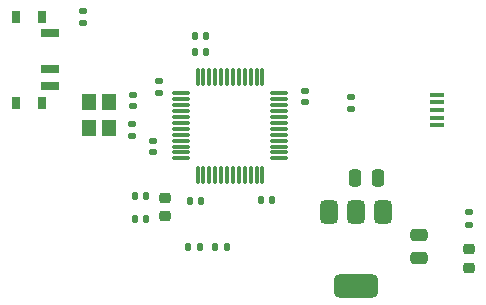
<source format=gbr>
%TF.GenerationSoftware,KiCad,Pcbnew,9.0.0*%
%TF.CreationDate,2025-03-25T14:42:11+07:00*%
%TF.ProjectId,stm32f1,73746d33-3266-4312-9e6b-696361645f70,rev?*%
%TF.SameCoordinates,Original*%
%TF.FileFunction,Paste,Top*%
%TF.FilePolarity,Positive*%
%FSLAX46Y46*%
G04 Gerber Fmt 4.6, Leading zero omitted, Abs format (unit mm)*
G04 Created by KiCad (PCBNEW 9.0.0) date 2025-03-25 14:42:11*
%MOMM*%
%LPD*%
G01*
G04 APERTURE LIST*
G04 Aperture macros list*
%AMRoundRect*
0 Rectangle with rounded corners*
0 $1 Rounding radius*
0 $2 $3 $4 $5 $6 $7 $8 $9 X,Y pos of 4 corners*
0 Add a 4 corners polygon primitive as box body*
4,1,4,$2,$3,$4,$5,$6,$7,$8,$9,$2,$3,0*
0 Add four circle primitives for the rounded corners*
1,1,$1+$1,$2,$3*
1,1,$1+$1,$4,$5*
1,1,$1+$1,$6,$7*
1,1,$1+$1,$8,$9*
0 Add four rect primitives between the rounded corners*
20,1,$1+$1,$2,$3,$4,$5,0*
20,1,$1+$1,$4,$5,$6,$7,0*
20,1,$1+$1,$6,$7,$8,$9,0*
20,1,$1+$1,$8,$9,$2,$3,0*%
G04 Aperture macros list end*
%ADD10RoundRect,0.140000X-0.140000X-0.170000X0.140000X-0.170000X0.140000X0.170000X-0.140000X0.170000X0*%
%ADD11R,0.800000X1.000000*%
%ADD12R,1.500000X0.700000*%
%ADD13R,1.200000X1.400000*%
%ADD14RoundRect,0.375000X-0.375000X0.625000X-0.375000X-0.625000X0.375000X-0.625000X0.375000X0.625000X0*%
%ADD15RoundRect,0.500000X-1.400000X0.500000X-1.400000X-0.500000X1.400000X-0.500000X1.400000X0.500000X0*%
%ADD16RoundRect,0.075000X-0.662500X-0.075000X0.662500X-0.075000X0.662500X0.075000X-0.662500X0.075000X0*%
%ADD17RoundRect,0.075000X-0.075000X-0.662500X0.075000X-0.662500X0.075000X0.662500X-0.075000X0.662500X0*%
%ADD18RoundRect,0.135000X-0.135000X-0.185000X0.135000X-0.185000X0.135000X0.185000X-0.135000X0.185000X0*%
%ADD19RoundRect,0.135000X0.135000X0.185000X-0.135000X0.185000X-0.135000X-0.185000X0.135000X-0.185000X0*%
%ADD20RoundRect,0.135000X0.185000X-0.135000X0.185000X0.135000X-0.185000X0.135000X-0.185000X-0.135000X0*%
%ADD21RoundRect,0.135000X-0.185000X0.135000X-0.185000X-0.135000X0.185000X-0.135000X0.185000X0.135000X0*%
%ADD22R,1.300000X0.450000*%
%ADD23RoundRect,0.218750X-0.256250X0.218750X-0.256250X-0.218750X0.256250X-0.218750X0.256250X0.218750X0*%
%ADD24RoundRect,0.250000X0.475000X-0.250000X0.475000X0.250000X-0.475000X0.250000X-0.475000X-0.250000X0*%
%ADD25RoundRect,0.250000X-0.250000X-0.475000X0.250000X-0.475000X0.250000X0.475000X-0.250000X0.475000X0*%
%ADD26RoundRect,0.140000X0.170000X-0.140000X0.170000X0.140000X-0.170000X0.140000X-0.170000X-0.140000X0*%
%ADD27RoundRect,0.140000X0.140000X0.170000X-0.140000X0.170000X-0.140000X-0.170000X0.140000X-0.170000X0*%
%ADD28RoundRect,0.140000X-0.170000X0.140000X-0.170000X-0.140000X0.170000X-0.140000X0.170000X0.140000X0*%
G04 APERTURE END LIST*
D10*
%TO.C,C1*%
X117340000Y-57000000D03*
X118300000Y-57000000D03*
%TD*%
D11*
%TO.C,SW1*%
X104455000Y-54000000D03*
X102245000Y-54000000D03*
X104455000Y-61300000D03*
X102245000Y-61300000D03*
D12*
X105105000Y-55400000D03*
X105105000Y-58400000D03*
X105105000Y-59900000D03*
%TD*%
D13*
%TO.C,Y1*%
X108368000Y-61220000D03*
X108368000Y-63420000D03*
X110068000Y-63420000D03*
X110068000Y-61220000D03*
%TD*%
D14*
%TO.C,U3*%
X133300000Y-70500000D03*
X131000000Y-70500000D03*
D15*
X131000000Y-76800000D03*
D14*
X128700000Y-70500000D03*
%TD*%
D16*
%TO.C,U1*%
X116175000Y-60500000D03*
X116175000Y-61000000D03*
X116175000Y-61500000D03*
X116175000Y-62000000D03*
X116175000Y-62500000D03*
X116175000Y-63000000D03*
X116175000Y-63500000D03*
X116175000Y-64000000D03*
X116175000Y-64500000D03*
X116175000Y-65000000D03*
X116175000Y-65500000D03*
X116175000Y-66000000D03*
D17*
X117587500Y-67412500D03*
X118087500Y-67412500D03*
X118587500Y-67412500D03*
X119087500Y-67412500D03*
X119587500Y-67412500D03*
X120087500Y-67412500D03*
X120587500Y-67412500D03*
X121087500Y-67412500D03*
X121587500Y-67412500D03*
X122087500Y-67412500D03*
X122587500Y-67412500D03*
X123087500Y-67412500D03*
D16*
X124500000Y-66000000D03*
X124500000Y-65500000D03*
X124500000Y-65000000D03*
X124500000Y-64500000D03*
X124500000Y-64000000D03*
X124500000Y-63500000D03*
X124500000Y-63000000D03*
X124500000Y-62500000D03*
X124500000Y-62000000D03*
X124500000Y-61500000D03*
X124500000Y-61000000D03*
X124500000Y-60500000D03*
D17*
X123087500Y-59087500D03*
X122587500Y-59087500D03*
X122087500Y-59087500D03*
X121587500Y-59087500D03*
X121087500Y-59087500D03*
X120587500Y-59087500D03*
X120087500Y-59087500D03*
X119587500Y-59087500D03*
X119087500Y-59087500D03*
X118587500Y-59087500D03*
X118087500Y-59087500D03*
X117587500Y-59087500D03*
%TD*%
D18*
%TO.C,R5*%
X119070000Y-73500000D03*
X120090000Y-73500000D03*
%TD*%
D19*
%TO.C,R4*%
X117800000Y-73500000D03*
X116780000Y-73500000D03*
%TD*%
D20*
%TO.C,R3*%
X140600000Y-71600000D03*
X140600000Y-70580000D03*
%TD*%
D21*
%TO.C,R2*%
X130600000Y-60790000D03*
X130600000Y-61810000D03*
%TD*%
D20*
%TO.C,R1*%
X107900000Y-54510000D03*
X107900000Y-53490000D03*
%TD*%
D22*
%TO.C,J2*%
X137850000Y-63200000D03*
X137850000Y-62550000D03*
X137850000Y-61900000D03*
X137850000Y-61250000D03*
X137850000Y-60600000D03*
%TD*%
D23*
%TO.C,FB1*%
X114808000Y-69316500D03*
X114808000Y-70891500D03*
%TD*%
%TO.C,D1*%
X140600000Y-73712500D03*
X140600000Y-75287500D03*
%TD*%
D24*
%TO.C,C13*%
X136300000Y-74400000D03*
X136300000Y-72500000D03*
%TD*%
D25*
%TO.C,C12*%
X130950000Y-67700000D03*
X132850000Y-67700000D03*
%TD*%
D26*
%TO.C,C11*%
X112080000Y-64080000D03*
X112080000Y-63120000D03*
%TD*%
%TO.C,C10*%
X112100000Y-61580000D03*
X112100000Y-60620000D03*
%TD*%
D10*
%TO.C,C9*%
X116940000Y-69600000D03*
X117900000Y-69600000D03*
%TD*%
D27*
%TO.C,C8*%
X113256000Y-71120000D03*
X112296000Y-71120000D03*
%TD*%
%TO.C,C7*%
X113256000Y-69200000D03*
X112296000Y-69200000D03*
%TD*%
D26*
%TO.C,C6*%
X113792000Y-65476000D03*
X113792000Y-64516000D03*
%TD*%
D27*
%TO.C,C5*%
X123880000Y-69500000D03*
X122920000Y-69500000D03*
%TD*%
D28*
%TO.C,C4*%
X126700000Y-60300000D03*
X126700000Y-61260000D03*
%TD*%
D10*
%TO.C,C3*%
X117340000Y-55600000D03*
X118300000Y-55600000D03*
%TD*%
D26*
%TO.C,C2*%
X114300000Y-60424000D03*
X114300000Y-59464000D03*
%TD*%
M02*

</source>
